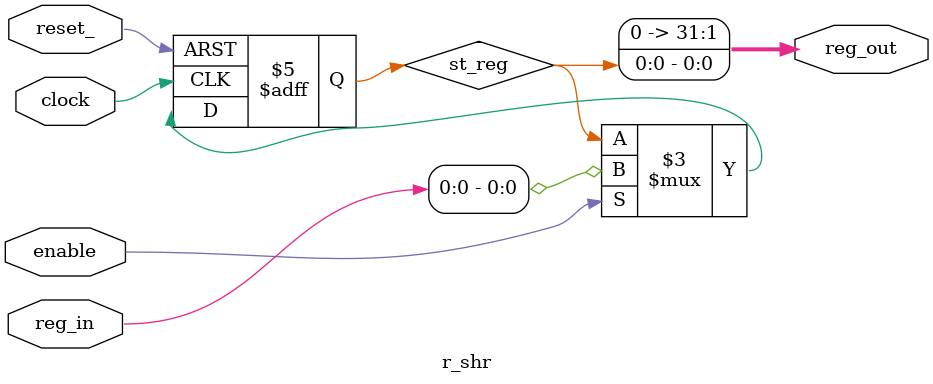
<source format=v>
`include "defines.v"

module r_shr(reset_,
             enable,
             clock,
             reg_out,
             reg_in);
// Location of source csl unit: file name = csl_example_unit.csl line number = 508
//  Bitrange of state register port for register module r_shr is of another type than number. No evaluation support available. Default is [0:0].
  input reset_;
  input enable;
  input clock;
  input [32 - 1:0] reg_in;
  output [32 - 1:0] reg_out;
  reg st_reg;
  assign   reg_out = st_reg;

  always @( posedge clock or negedge reset_ )  begin 
    if ( ~(reset_) )  begin 
      st_reg <= 0;
    end
    else if ( enable )  begin 
        st_reg <= reg_in;
      end
  end
  endmodule


</source>
